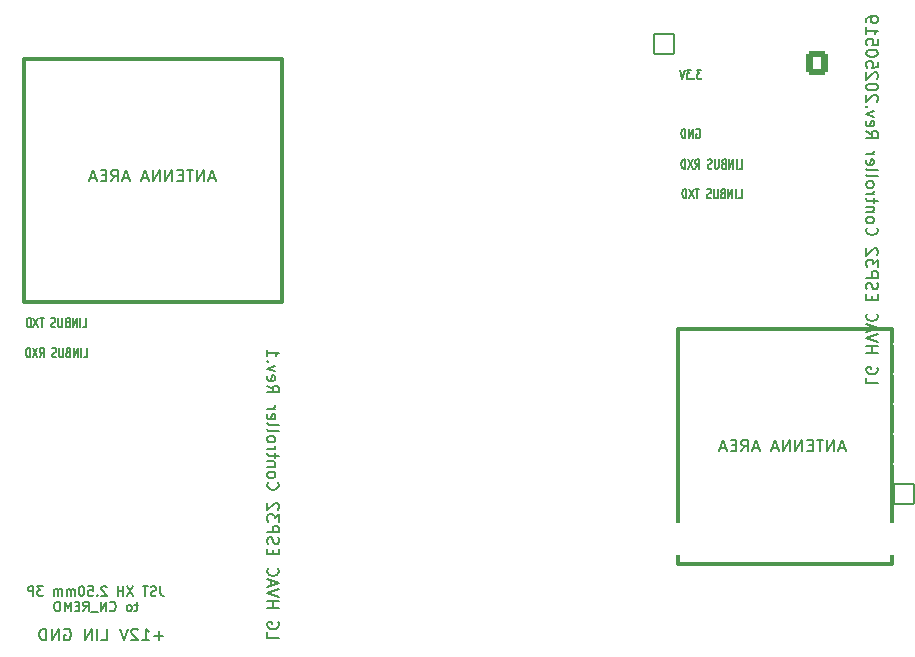
<source format=gbr>
%TF.GenerationSoftware,KiCad,Pcbnew,9.0.1+1*%
%TF.CreationDate,2025-05-19T20:13:15-04:00*%
%TF.ProjectId,lg_hvac_esp32,6c675f68-7661-4635-9f65-737033322e6b,rev?*%
%TF.SameCoordinates,Original*%
%TF.FileFunction,Legend,Bot*%
%TF.FilePolarity,Positive*%
%FSLAX46Y46*%
G04 Gerber Fmt 4.6, Leading zero omitted, Abs format (unit mm)*
G04 Created by KiCad (PCBNEW 9.0.1+1) date 2025-05-19 20:13:15*
%MOMM*%
%LPD*%
G01*
G04 APERTURE LIST*
G04 Aperture macros list*
%AMRoundRect*
0 Rectangle with rounded corners*
0 $1 Rounding radius*
0 $2 $3 $4 $5 $6 $7 $8 $9 X,Y pos of 4 corners*
0 Add a 4 corners polygon primitive as box body*
4,1,4,$2,$3,$4,$5,$6,$7,$8,$9,$2,$3,0*
0 Add four circle primitives for the rounded corners*
1,1,$1+$1,$2,$3*
1,1,$1+$1,$4,$5*
1,1,$1+$1,$6,$7*
1,1,$1+$1,$8,$9*
0 Add four rect primitives between the rounded corners*
20,1,$1+$1,$2,$3,$4,$5,0*
20,1,$1+$1,$4,$5,$6,$7,0*
20,1,$1+$1,$6,$7,$8,$9,0*
20,1,$1+$1,$8,$9,$2,$3,0*%
G04 Aperture macros list end*
%ADD10C,0.300000*%
%ADD11C,0.150000*%
%ADD12RoundRect,0.050000X0.850000X0.850000X-0.850000X0.850000X-0.850000X-0.850000X0.850000X-0.850000X0*%
%ADD13C,1.800000*%
%ADD14RoundRect,0.050000X-0.850000X-0.850000X0.850000X-0.850000X0.850000X0.850000X-0.850000X0.850000X0*%
%ADD15C,2.800000*%
%ADD16RoundRect,0.264706X0.635294X0.760294X-0.635294X0.760294X-0.635294X-0.760294X0.635294X-0.760294X0*%
%ADD17O,1.800000X2.050000*%
G04 APERTURE END LIST*
D10*
X38608000Y-32766000D02*
X60452000Y-32766000D01*
X60452000Y-53340000D01*
X38608000Y-53340000D01*
X38608000Y-32766000D01*
X94056000Y-55626000D02*
X112100000Y-55626000D01*
X112100000Y-75550000D01*
X94056000Y-75550000D01*
X94056000Y-55626000D01*
D11*
X43616285Y-55480295D02*
X43901999Y-55480295D01*
X43901999Y-55480295D02*
X43901999Y-54680295D01*
X43416285Y-55480295D02*
X43416285Y-54680295D01*
X43130571Y-55480295D02*
X43130571Y-54680295D01*
X43130571Y-54680295D02*
X42787714Y-55480295D01*
X42787714Y-55480295D02*
X42787714Y-54680295D01*
X42302000Y-55061247D02*
X42216286Y-55099342D01*
X42216286Y-55099342D02*
X42187715Y-55137438D01*
X42187715Y-55137438D02*
X42159143Y-55213628D01*
X42159143Y-55213628D02*
X42159143Y-55327914D01*
X42159143Y-55327914D02*
X42187715Y-55404104D01*
X42187715Y-55404104D02*
X42216286Y-55442200D01*
X42216286Y-55442200D02*
X42273429Y-55480295D01*
X42273429Y-55480295D02*
X42502000Y-55480295D01*
X42502000Y-55480295D02*
X42502000Y-54680295D01*
X42502000Y-54680295D02*
X42302000Y-54680295D01*
X42302000Y-54680295D02*
X42244858Y-54718390D01*
X42244858Y-54718390D02*
X42216286Y-54756485D01*
X42216286Y-54756485D02*
X42187715Y-54832676D01*
X42187715Y-54832676D02*
X42187715Y-54908866D01*
X42187715Y-54908866D02*
X42216286Y-54985057D01*
X42216286Y-54985057D02*
X42244858Y-55023152D01*
X42244858Y-55023152D02*
X42302000Y-55061247D01*
X42302000Y-55061247D02*
X42502000Y-55061247D01*
X41902000Y-54680295D02*
X41902000Y-55327914D01*
X41902000Y-55327914D02*
X41873429Y-55404104D01*
X41873429Y-55404104D02*
X41844858Y-55442200D01*
X41844858Y-55442200D02*
X41787715Y-55480295D01*
X41787715Y-55480295D02*
X41673429Y-55480295D01*
X41673429Y-55480295D02*
X41616286Y-55442200D01*
X41616286Y-55442200D02*
X41587715Y-55404104D01*
X41587715Y-55404104D02*
X41559143Y-55327914D01*
X41559143Y-55327914D02*
X41559143Y-54680295D01*
X41302001Y-55442200D02*
X41216287Y-55480295D01*
X41216287Y-55480295D02*
X41073429Y-55480295D01*
X41073429Y-55480295D02*
X41016287Y-55442200D01*
X41016287Y-55442200D02*
X40987715Y-55404104D01*
X40987715Y-55404104D02*
X40959144Y-55327914D01*
X40959144Y-55327914D02*
X40959144Y-55251723D01*
X40959144Y-55251723D02*
X40987715Y-55175533D01*
X40987715Y-55175533D02*
X41016287Y-55137438D01*
X41016287Y-55137438D02*
X41073429Y-55099342D01*
X41073429Y-55099342D02*
X41187715Y-55061247D01*
X41187715Y-55061247D02*
X41244858Y-55023152D01*
X41244858Y-55023152D02*
X41273429Y-54985057D01*
X41273429Y-54985057D02*
X41302001Y-54908866D01*
X41302001Y-54908866D02*
X41302001Y-54832676D01*
X41302001Y-54832676D02*
X41273429Y-54756485D01*
X41273429Y-54756485D02*
X41244858Y-54718390D01*
X41244858Y-54718390D02*
X41187715Y-54680295D01*
X41187715Y-54680295D02*
X41044858Y-54680295D01*
X41044858Y-54680295D02*
X40959144Y-54718390D01*
X40330572Y-54680295D02*
X39987715Y-54680295D01*
X40159143Y-55480295D02*
X40159143Y-54680295D01*
X39844857Y-54680295D02*
X39444857Y-55480295D01*
X39444857Y-54680295D02*
X39844857Y-55480295D01*
X39216285Y-55480295D02*
X39216285Y-54680295D01*
X39216285Y-54680295D02*
X39073428Y-54680295D01*
X39073428Y-54680295D02*
X38987714Y-54718390D01*
X38987714Y-54718390D02*
X38930571Y-54794580D01*
X38930571Y-54794580D02*
X38902000Y-54870771D01*
X38902000Y-54870771D02*
X38873428Y-55023152D01*
X38873428Y-55023152D02*
X38873428Y-55137438D01*
X38873428Y-55137438D02*
X38902000Y-55289819D01*
X38902000Y-55289819D02*
X38930571Y-55366009D01*
X38930571Y-55366009D02*
X38987714Y-55442200D01*
X38987714Y-55442200D02*
X39073428Y-55480295D01*
X39073428Y-55480295D02*
X39216285Y-55480295D01*
X95557142Y-38700390D02*
X95614285Y-38662295D01*
X95614285Y-38662295D02*
X95699999Y-38662295D01*
X95699999Y-38662295D02*
X95785713Y-38700390D01*
X95785713Y-38700390D02*
X95842856Y-38776580D01*
X95842856Y-38776580D02*
X95871427Y-38852771D01*
X95871427Y-38852771D02*
X95899999Y-39005152D01*
X95899999Y-39005152D02*
X95899999Y-39119438D01*
X95899999Y-39119438D02*
X95871427Y-39271819D01*
X95871427Y-39271819D02*
X95842856Y-39348009D01*
X95842856Y-39348009D02*
X95785713Y-39424200D01*
X95785713Y-39424200D02*
X95699999Y-39462295D01*
X95699999Y-39462295D02*
X95642856Y-39462295D01*
X95642856Y-39462295D02*
X95557142Y-39424200D01*
X95557142Y-39424200D02*
X95528570Y-39386104D01*
X95528570Y-39386104D02*
X95528570Y-39119438D01*
X95528570Y-39119438D02*
X95642856Y-39119438D01*
X95271427Y-39462295D02*
X95271427Y-38662295D01*
X95271427Y-38662295D02*
X94928570Y-39462295D01*
X94928570Y-39462295D02*
X94928570Y-38662295D01*
X94642856Y-39462295D02*
X94642856Y-38662295D01*
X94642856Y-38662295D02*
X94499999Y-38662295D01*
X94499999Y-38662295D02*
X94414285Y-38700390D01*
X94414285Y-38700390D02*
X94357142Y-38776580D01*
X94357142Y-38776580D02*
X94328571Y-38852771D01*
X94328571Y-38852771D02*
X94299999Y-39005152D01*
X94299999Y-39005152D02*
X94299999Y-39119438D01*
X94299999Y-39119438D02*
X94328571Y-39271819D01*
X94328571Y-39271819D02*
X94357142Y-39348009D01*
X94357142Y-39348009D02*
X94414285Y-39424200D01*
X94414285Y-39424200D02*
X94499999Y-39462295D01*
X94499999Y-39462295D02*
X94642856Y-39462295D01*
X95985714Y-33662295D02*
X95614286Y-33662295D01*
X95614286Y-33662295D02*
X95814286Y-33967057D01*
X95814286Y-33967057D02*
X95728571Y-33967057D01*
X95728571Y-33967057D02*
X95671429Y-34005152D01*
X95671429Y-34005152D02*
X95642857Y-34043247D01*
X95642857Y-34043247D02*
X95614286Y-34119438D01*
X95614286Y-34119438D02*
X95614286Y-34309914D01*
X95614286Y-34309914D02*
X95642857Y-34386104D01*
X95642857Y-34386104D02*
X95671429Y-34424200D01*
X95671429Y-34424200D02*
X95728571Y-34462295D01*
X95728571Y-34462295D02*
X95900000Y-34462295D01*
X95900000Y-34462295D02*
X95957143Y-34424200D01*
X95957143Y-34424200D02*
X95985714Y-34386104D01*
X95357142Y-34386104D02*
X95328571Y-34424200D01*
X95328571Y-34424200D02*
X95357142Y-34462295D01*
X95357142Y-34462295D02*
X95385714Y-34424200D01*
X95385714Y-34424200D02*
X95357142Y-34386104D01*
X95357142Y-34386104D02*
X95357142Y-34462295D01*
X95128571Y-33662295D02*
X94757143Y-33662295D01*
X94757143Y-33662295D02*
X94957143Y-33967057D01*
X94957143Y-33967057D02*
X94871428Y-33967057D01*
X94871428Y-33967057D02*
X94814286Y-34005152D01*
X94814286Y-34005152D02*
X94785714Y-34043247D01*
X94785714Y-34043247D02*
X94757143Y-34119438D01*
X94757143Y-34119438D02*
X94757143Y-34309914D01*
X94757143Y-34309914D02*
X94785714Y-34386104D01*
X94785714Y-34386104D02*
X94814286Y-34424200D01*
X94814286Y-34424200D02*
X94871428Y-34462295D01*
X94871428Y-34462295D02*
X95042857Y-34462295D01*
X95042857Y-34462295D02*
X95100000Y-34424200D01*
X95100000Y-34424200D02*
X95128571Y-34386104D01*
X94585714Y-33662295D02*
X94385714Y-34462295D01*
X94385714Y-34462295D02*
X94185714Y-33662295D01*
X50170667Y-77404318D02*
X50170667Y-77975746D01*
X50170667Y-77975746D02*
X50208762Y-78090032D01*
X50208762Y-78090032D02*
X50284953Y-78166223D01*
X50284953Y-78166223D02*
X50399238Y-78204318D01*
X50399238Y-78204318D02*
X50475429Y-78204318D01*
X49827810Y-78166223D02*
X49713524Y-78204318D01*
X49713524Y-78204318D02*
X49523048Y-78204318D01*
X49523048Y-78204318D02*
X49446857Y-78166223D01*
X49446857Y-78166223D02*
X49408762Y-78128127D01*
X49408762Y-78128127D02*
X49370667Y-78051937D01*
X49370667Y-78051937D02*
X49370667Y-77975746D01*
X49370667Y-77975746D02*
X49408762Y-77899556D01*
X49408762Y-77899556D02*
X49446857Y-77861461D01*
X49446857Y-77861461D02*
X49523048Y-77823365D01*
X49523048Y-77823365D02*
X49675429Y-77785270D01*
X49675429Y-77785270D02*
X49751619Y-77747175D01*
X49751619Y-77747175D02*
X49789714Y-77709080D01*
X49789714Y-77709080D02*
X49827810Y-77632889D01*
X49827810Y-77632889D02*
X49827810Y-77556699D01*
X49827810Y-77556699D02*
X49789714Y-77480508D01*
X49789714Y-77480508D02*
X49751619Y-77442413D01*
X49751619Y-77442413D02*
X49675429Y-77404318D01*
X49675429Y-77404318D02*
X49484952Y-77404318D01*
X49484952Y-77404318D02*
X49370667Y-77442413D01*
X49142095Y-77404318D02*
X48684952Y-77404318D01*
X48913524Y-78204318D02*
X48913524Y-77404318D01*
X47884952Y-77404318D02*
X47351618Y-78204318D01*
X47351618Y-77404318D02*
X47884952Y-78204318D01*
X47046856Y-78204318D02*
X47046856Y-77404318D01*
X47046856Y-77785270D02*
X46589713Y-77785270D01*
X46589713Y-78204318D02*
X46589713Y-77404318D01*
X45637333Y-77480508D02*
X45599237Y-77442413D01*
X45599237Y-77442413D02*
X45523047Y-77404318D01*
X45523047Y-77404318D02*
X45332571Y-77404318D01*
X45332571Y-77404318D02*
X45256380Y-77442413D01*
X45256380Y-77442413D02*
X45218285Y-77480508D01*
X45218285Y-77480508D02*
X45180190Y-77556699D01*
X45180190Y-77556699D02*
X45180190Y-77632889D01*
X45180190Y-77632889D02*
X45218285Y-77747175D01*
X45218285Y-77747175D02*
X45675428Y-78204318D01*
X45675428Y-78204318D02*
X45180190Y-78204318D01*
X44837332Y-78128127D02*
X44799237Y-78166223D01*
X44799237Y-78166223D02*
X44837332Y-78204318D01*
X44837332Y-78204318D02*
X44875428Y-78166223D01*
X44875428Y-78166223D02*
X44837332Y-78128127D01*
X44837332Y-78128127D02*
X44837332Y-78204318D01*
X44075428Y-77404318D02*
X44456380Y-77404318D01*
X44456380Y-77404318D02*
X44494476Y-77785270D01*
X44494476Y-77785270D02*
X44456380Y-77747175D01*
X44456380Y-77747175D02*
X44380190Y-77709080D01*
X44380190Y-77709080D02*
X44189714Y-77709080D01*
X44189714Y-77709080D02*
X44113523Y-77747175D01*
X44113523Y-77747175D02*
X44075428Y-77785270D01*
X44075428Y-77785270D02*
X44037333Y-77861461D01*
X44037333Y-77861461D02*
X44037333Y-78051937D01*
X44037333Y-78051937D02*
X44075428Y-78128127D01*
X44075428Y-78128127D02*
X44113523Y-78166223D01*
X44113523Y-78166223D02*
X44189714Y-78204318D01*
X44189714Y-78204318D02*
X44380190Y-78204318D01*
X44380190Y-78204318D02*
X44456380Y-78166223D01*
X44456380Y-78166223D02*
X44494476Y-78128127D01*
X43542094Y-77404318D02*
X43465904Y-77404318D01*
X43465904Y-77404318D02*
X43389713Y-77442413D01*
X43389713Y-77442413D02*
X43351618Y-77480508D01*
X43351618Y-77480508D02*
X43313523Y-77556699D01*
X43313523Y-77556699D02*
X43275428Y-77709080D01*
X43275428Y-77709080D02*
X43275428Y-77899556D01*
X43275428Y-77899556D02*
X43313523Y-78051937D01*
X43313523Y-78051937D02*
X43351618Y-78128127D01*
X43351618Y-78128127D02*
X43389713Y-78166223D01*
X43389713Y-78166223D02*
X43465904Y-78204318D01*
X43465904Y-78204318D02*
X43542094Y-78204318D01*
X43542094Y-78204318D02*
X43618285Y-78166223D01*
X43618285Y-78166223D02*
X43656380Y-78128127D01*
X43656380Y-78128127D02*
X43694475Y-78051937D01*
X43694475Y-78051937D02*
X43732571Y-77899556D01*
X43732571Y-77899556D02*
X43732571Y-77709080D01*
X43732571Y-77709080D02*
X43694475Y-77556699D01*
X43694475Y-77556699D02*
X43656380Y-77480508D01*
X43656380Y-77480508D02*
X43618285Y-77442413D01*
X43618285Y-77442413D02*
X43542094Y-77404318D01*
X42932570Y-78204318D02*
X42932570Y-77670984D01*
X42932570Y-77747175D02*
X42894475Y-77709080D01*
X42894475Y-77709080D02*
X42818285Y-77670984D01*
X42818285Y-77670984D02*
X42703999Y-77670984D01*
X42703999Y-77670984D02*
X42627808Y-77709080D01*
X42627808Y-77709080D02*
X42589713Y-77785270D01*
X42589713Y-77785270D02*
X42589713Y-78204318D01*
X42589713Y-77785270D02*
X42551618Y-77709080D01*
X42551618Y-77709080D02*
X42475427Y-77670984D01*
X42475427Y-77670984D02*
X42361142Y-77670984D01*
X42361142Y-77670984D02*
X42284951Y-77709080D01*
X42284951Y-77709080D02*
X42246856Y-77785270D01*
X42246856Y-77785270D02*
X42246856Y-78204318D01*
X41865903Y-78204318D02*
X41865903Y-77670984D01*
X41865903Y-77747175D02*
X41827808Y-77709080D01*
X41827808Y-77709080D02*
X41751618Y-77670984D01*
X41751618Y-77670984D02*
X41637332Y-77670984D01*
X41637332Y-77670984D02*
X41561141Y-77709080D01*
X41561141Y-77709080D02*
X41523046Y-77785270D01*
X41523046Y-77785270D02*
X41523046Y-78204318D01*
X41523046Y-77785270D02*
X41484951Y-77709080D01*
X41484951Y-77709080D02*
X41408760Y-77670984D01*
X41408760Y-77670984D02*
X41294475Y-77670984D01*
X41294475Y-77670984D02*
X41218284Y-77709080D01*
X41218284Y-77709080D02*
X41180189Y-77785270D01*
X41180189Y-77785270D02*
X41180189Y-78204318D01*
X40265903Y-77404318D02*
X39770665Y-77404318D01*
X39770665Y-77404318D02*
X40037331Y-77709080D01*
X40037331Y-77709080D02*
X39923046Y-77709080D01*
X39923046Y-77709080D02*
X39846855Y-77747175D01*
X39846855Y-77747175D02*
X39808760Y-77785270D01*
X39808760Y-77785270D02*
X39770665Y-77861461D01*
X39770665Y-77861461D02*
X39770665Y-78051937D01*
X39770665Y-78051937D02*
X39808760Y-78128127D01*
X39808760Y-78128127D02*
X39846855Y-78166223D01*
X39846855Y-78166223D02*
X39923046Y-78204318D01*
X39923046Y-78204318D02*
X40151617Y-78204318D01*
X40151617Y-78204318D02*
X40227808Y-78166223D01*
X40227808Y-78166223D02*
X40265903Y-78128127D01*
X39427807Y-78204318D02*
X39427807Y-77404318D01*
X39427807Y-77404318D02*
X39123045Y-77404318D01*
X39123045Y-77404318D02*
X39046855Y-77442413D01*
X39046855Y-77442413D02*
X39008760Y-77480508D01*
X39008760Y-77480508D02*
X38970664Y-77556699D01*
X38970664Y-77556699D02*
X38970664Y-77670984D01*
X38970664Y-77670984D02*
X39008760Y-77747175D01*
X39008760Y-77747175D02*
X39046855Y-77785270D01*
X39046855Y-77785270D02*
X39123045Y-77823365D01*
X39123045Y-77823365D02*
X39427807Y-77823365D01*
X48284952Y-78958939D02*
X47980190Y-78958939D01*
X48170666Y-78692273D02*
X48170666Y-79377987D01*
X48170666Y-79377987D02*
X48132571Y-79454178D01*
X48132571Y-79454178D02*
X48056381Y-79492273D01*
X48056381Y-79492273D02*
X47980190Y-79492273D01*
X47599238Y-79492273D02*
X47675428Y-79454178D01*
X47675428Y-79454178D02*
X47713523Y-79416082D01*
X47713523Y-79416082D02*
X47751619Y-79339892D01*
X47751619Y-79339892D02*
X47751619Y-79111320D01*
X47751619Y-79111320D02*
X47713523Y-79035130D01*
X47713523Y-79035130D02*
X47675428Y-78997035D01*
X47675428Y-78997035D02*
X47599238Y-78958939D01*
X47599238Y-78958939D02*
X47484952Y-78958939D01*
X47484952Y-78958939D02*
X47408761Y-78997035D01*
X47408761Y-78997035D02*
X47370666Y-79035130D01*
X47370666Y-79035130D02*
X47332571Y-79111320D01*
X47332571Y-79111320D02*
X47332571Y-79339892D01*
X47332571Y-79339892D02*
X47370666Y-79416082D01*
X47370666Y-79416082D02*
X47408761Y-79454178D01*
X47408761Y-79454178D02*
X47484952Y-79492273D01*
X47484952Y-79492273D02*
X47599238Y-79492273D01*
X45923046Y-79416082D02*
X45961142Y-79454178D01*
X45961142Y-79454178D02*
X46075427Y-79492273D01*
X46075427Y-79492273D02*
X46151618Y-79492273D01*
X46151618Y-79492273D02*
X46265904Y-79454178D01*
X46265904Y-79454178D02*
X46342094Y-79377987D01*
X46342094Y-79377987D02*
X46380189Y-79301797D01*
X46380189Y-79301797D02*
X46418285Y-79149416D01*
X46418285Y-79149416D02*
X46418285Y-79035130D01*
X46418285Y-79035130D02*
X46380189Y-78882749D01*
X46380189Y-78882749D02*
X46342094Y-78806558D01*
X46342094Y-78806558D02*
X46265904Y-78730368D01*
X46265904Y-78730368D02*
X46151618Y-78692273D01*
X46151618Y-78692273D02*
X46075427Y-78692273D01*
X46075427Y-78692273D02*
X45961142Y-78730368D01*
X45961142Y-78730368D02*
X45923046Y-78768463D01*
X45580189Y-79492273D02*
X45580189Y-78692273D01*
X45580189Y-78692273D02*
X45123046Y-79492273D01*
X45123046Y-79492273D02*
X45123046Y-78692273D01*
X44932571Y-79568463D02*
X44323047Y-79568463D01*
X43675427Y-79492273D02*
X43942094Y-79111320D01*
X44132570Y-79492273D02*
X44132570Y-78692273D01*
X44132570Y-78692273D02*
X43827808Y-78692273D01*
X43827808Y-78692273D02*
X43751618Y-78730368D01*
X43751618Y-78730368D02*
X43713523Y-78768463D01*
X43713523Y-78768463D02*
X43675427Y-78844654D01*
X43675427Y-78844654D02*
X43675427Y-78958939D01*
X43675427Y-78958939D02*
X43713523Y-79035130D01*
X43713523Y-79035130D02*
X43751618Y-79073225D01*
X43751618Y-79073225D02*
X43827808Y-79111320D01*
X43827808Y-79111320D02*
X44132570Y-79111320D01*
X43332570Y-79073225D02*
X43065904Y-79073225D01*
X42951618Y-79492273D02*
X43332570Y-79492273D01*
X43332570Y-79492273D02*
X43332570Y-78692273D01*
X43332570Y-78692273D02*
X42951618Y-78692273D01*
X42608760Y-79492273D02*
X42608760Y-78692273D01*
X42608760Y-78692273D02*
X42342094Y-79263701D01*
X42342094Y-79263701D02*
X42075427Y-78692273D01*
X42075427Y-78692273D02*
X42075427Y-79492273D01*
X41542093Y-78692273D02*
X41389712Y-78692273D01*
X41389712Y-78692273D02*
X41313522Y-78730368D01*
X41313522Y-78730368D02*
X41237331Y-78806558D01*
X41237331Y-78806558D02*
X41199236Y-78958939D01*
X41199236Y-78958939D02*
X41199236Y-79225606D01*
X41199236Y-79225606D02*
X41237331Y-79377987D01*
X41237331Y-79377987D02*
X41313522Y-79454178D01*
X41313522Y-79454178D02*
X41389712Y-79492273D01*
X41389712Y-79492273D02*
X41542093Y-79492273D01*
X41542093Y-79492273D02*
X41618284Y-79454178D01*
X41618284Y-79454178D02*
X41694474Y-79377987D01*
X41694474Y-79377987D02*
X41732570Y-79225606D01*
X41732570Y-79225606D02*
X41732570Y-78958939D01*
X41732570Y-78958939D02*
X41694474Y-78806558D01*
X41694474Y-78806558D02*
X41618284Y-78730368D01*
X41618284Y-78730368D02*
X41542093Y-78692273D01*
X99185713Y-42062295D02*
X99471427Y-42062295D01*
X99471427Y-42062295D02*
X99471427Y-41262295D01*
X98985713Y-42062295D02*
X98985713Y-41262295D01*
X98699999Y-42062295D02*
X98699999Y-41262295D01*
X98699999Y-41262295D02*
X98357142Y-42062295D01*
X98357142Y-42062295D02*
X98357142Y-41262295D01*
X97871428Y-41643247D02*
X97785714Y-41681342D01*
X97785714Y-41681342D02*
X97757143Y-41719438D01*
X97757143Y-41719438D02*
X97728571Y-41795628D01*
X97728571Y-41795628D02*
X97728571Y-41909914D01*
X97728571Y-41909914D02*
X97757143Y-41986104D01*
X97757143Y-41986104D02*
X97785714Y-42024200D01*
X97785714Y-42024200D02*
X97842857Y-42062295D01*
X97842857Y-42062295D02*
X98071428Y-42062295D01*
X98071428Y-42062295D02*
X98071428Y-41262295D01*
X98071428Y-41262295D02*
X97871428Y-41262295D01*
X97871428Y-41262295D02*
X97814286Y-41300390D01*
X97814286Y-41300390D02*
X97785714Y-41338485D01*
X97785714Y-41338485D02*
X97757143Y-41414676D01*
X97757143Y-41414676D02*
X97757143Y-41490866D01*
X97757143Y-41490866D02*
X97785714Y-41567057D01*
X97785714Y-41567057D02*
X97814286Y-41605152D01*
X97814286Y-41605152D02*
X97871428Y-41643247D01*
X97871428Y-41643247D02*
X98071428Y-41643247D01*
X97471428Y-41262295D02*
X97471428Y-41909914D01*
X97471428Y-41909914D02*
X97442857Y-41986104D01*
X97442857Y-41986104D02*
X97414286Y-42024200D01*
X97414286Y-42024200D02*
X97357143Y-42062295D01*
X97357143Y-42062295D02*
X97242857Y-42062295D01*
X97242857Y-42062295D02*
X97185714Y-42024200D01*
X97185714Y-42024200D02*
X97157143Y-41986104D01*
X97157143Y-41986104D02*
X97128571Y-41909914D01*
X97128571Y-41909914D02*
X97128571Y-41262295D01*
X96871429Y-42024200D02*
X96785715Y-42062295D01*
X96785715Y-42062295D02*
X96642857Y-42062295D01*
X96642857Y-42062295D02*
X96585715Y-42024200D01*
X96585715Y-42024200D02*
X96557143Y-41986104D01*
X96557143Y-41986104D02*
X96528572Y-41909914D01*
X96528572Y-41909914D02*
X96528572Y-41833723D01*
X96528572Y-41833723D02*
X96557143Y-41757533D01*
X96557143Y-41757533D02*
X96585715Y-41719438D01*
X96585715Y-41719438D02*
X96642857Y-41681342D01*
X96642857Y-41681342D02*
X96757143Y-41643247D01*
X96757143Y-41643247D02*
X96814286Y-41605152D01*
X96814286Y-41605152D02*
X96842857Y-41567057D01*
X96842857Y-41567057D02*
X96871429Y-41490866D01*
X96871429Y-41490866D02*
X96871429Y-41414676D01*
X96871429Y-41414676D02*
X96842857Y-41338485D01*
X96842857Y-41338485D02*
X96814286Y-41300390D01*
X96814286Y-41300390D02*
X96757143Y-41262295D01*
X96757143Y-41262295D02*
X96614286Y-41262295D01*
X96614286Y-41262295D02*
X96528572Y-41300390D01*
X95471428Y-42062295D02*
X95671428Y-41681342D01*
X95814285Y-42062295D02*
X95814285Y-41262295D01*
X95814285Y-41262295D02*
X95585714Y-41262295D01*
X95585714Y-41262295D02*
X95528571Y-41300390D01*
X95528571Y-41300390D02*
X95500000Y-41338485D01*
X95500000Y-41338485D02*
X95471428Y-41414676D01*
X95471428Y-41414676D02*
X95471428Y-41528961D01*
X95471428Y-41528961D02*
X95500000Y-41605152D01*
X95500000Y-41605152D02*
X95528571Y-41643247D01*
X95528571Y-41643247D02*
X95585714Y-41681342D01*
X95585714Y-41681342D02*
X95814285Y-41681342D01*
X95271428Y-41262295D02*
X94871428Y-42062295D01*
X94871428Y-41262295D02*
X95271428Y-42062295D01*
X94642856Y-42062295D02*
X94642856Y-41262295D01*
X94642856Y-41262295D02*
X94499999Y-41262295D01*
X94499999Y-41262295D02*
X94414285Y-41300390D01*
X94414285Y-41300390D02*
X94357142Y-41376580D01*
X94357142Y-41376580D02*
X94328571Y-41452771D01*
X94328571Y-41452771D02*
X94299999Y-41605152D01*
X94299999Y-41605152D02*
X94299999Y-41719438D01*
X94299999Y-41719438D02*
X94328571Y-41871819D01*
X94328571Y-41871819D02*
X94357142Y-41948009D01*
X94357142Y-41948009D02*
X94414285Y-42024200D01*
X94414285Y-42024200D02*
X94499999Y-42062295D01*
X94499999Y-42062295D02*
X94642856Y-42062295D01*
X43687713Y-58020295D02*
X43973427Y-58020295D01*
X43973427Y-58020295D02*
X43973427Y-57220295D01*
X43487713Y-58020295D02*
X43487713Y-57220295D01*
X43201999Y-58020295D02*
X43201999Y-57220295D01*
X43201999Y-57220295D02*
X42859142Y-58020295D01*
X42859142Y-58020295D02*
X42859142Y-57220295D01*
X42373428Y-57601247D02*
X42287714Y-57639342D01*
X42287714Y-57639342D02*
X42259143Y-57677438D01*
X42259143Y-57677438D02*
X42230571Y-57753628D01*
X42230571Y-57753628D02*
X42230571Y-57867914D01*
X42230571Y-57867914D02*
X42259143Y-57944104D01*
X42259143Y-57944104D02*
X42287714Y-57982200D01*
X42287714Y-57982200D02*
X42344857Y-58020295D01*
X42344857Y-58020295D02*
X42573428Y-58020295D01*
X42573428Y-58020295D02*
X42573428Y-57220295D01*
X42573428Y-57220295D02*
X42373428Y-57220295D01*
X42373428Y-57220295D02*
X42316286Y-57258390D01*
X42316286Y-57258390D02*
X42287714Y-57296485D01*
X42287714Y-57296485D02*
X42259143Y-57372676D01*
X42259143Y-57372676D02*
X42259143Y-57448866D01*
X42259143Y-57448866D02*
X42287714Y-57525057D01*
X42287714Y-57525057D02*
X42316286Y-57563152D01*
X42316286Y-57563152D02*
X42373428Y-57601247D01*
X42373428Y-57601247D02*
X42573428Y-57601247D01*
X41973428Y-57220295D02*
X41973428Y-57867914D01*
X41973428Y-57867914D02*
X41944857Y-57944104D01*
X41944857Y-57944104D02*
X41916286Y-57982200D01*
X41916286Y-57982200D02*
X41859143Y-58020295D01*
X41859143Y-58020295D02*
X41744857Y-58020295D01*
X41744857Y-58020295D02*
X41687714Y-57982200D01*
X41687714Y-57982200D02*
X41659143Y-57944104D01*
X41659143Y-57944104D02*
X41630571Y-57867914D01*
X41630571Y-57867914D02*
X41630571Y-57220295D01*
X41373429Y-57982200D02*
X41287715Y-58020295D01*
X41287715Y-58020295D02*
X41144857Y-58020295D01*
X41144857Y-58020295D02*
X41087715Y-57982200D01*
X41087715Y-57982200D02*
X41059143Y-57944104D01*
X41059143Y-57944104D02*
X41030572Y-57867914D01*
X41030572Y-57867914D02*
X41030572Y-57791723D01*
X41030572Y-57791723D02*
X41059143Y-57715533D01*
X41059143Y-57715533D02*
X41087715Y-57677438D01*
X41087715Y-57677438D02*
X41144857Y-57639342D01*
X41144857Y-57639342D02*
X41259143Y-57601247D01*
X41259143Y-57601247D02*
X41316286Y-57563152D01*
X41316286Y-57563152D02*
X41344857Y-57525057D01*
X41344857Y-57525057D02*
X41373429Y-57448866D01*
X41373429Y-57448866D02*
X41373429Y-57372676D01*
X41373429Y-57372676D02*
X41344857Y-57296485D01*
X41344857Y-57296485D02*
X41316286Y-57258390D01*
X41316286Y-57258390D02*
X41259143Y-57220295D01*
X41259143Y-57220295D02*
X41116286Y-57220295D01*
X41116286Y-57220295D02*
X41030572Y-57258390D01*
X39973428Y-58020295D02*
X40173428Y-57639342D01*
X40316285Y-58020295D02*
X40316285Y-57220295D01*
X40316285Y-57220295D02*
X40087714Y-57220295D01*
X40087714Y-57220295D02*
X40030571Y-57258390D01*
X40030571Y-57258390D02*
X40002000Y-57296485D01*
X40002000Y-57296485D02*
X39973428Y-57372676D01*
X39973428Y-57372676D02*
X39973428Y-57486961D01*
X39973428Y-57486961D02*
X40002000Y-57563152D01*
X40002000Y-57563152D02*
X40030571Y-57601247D01*
X40030571Y-57601247D02*
X40087714Y-57639342D01*
X40087714Y-57639342D02*
X40316285Y-57639342D01*
X39773428Y-57220295D02*
X39373428Y-58020295D01*
X39373428Y-57220295D02*
X39773428Y-58020295D01*
X39144856Y-58020295D02*
X39144856Y-57220295D01*
X39144856Y-57220295D02*
X39001999Y-57220295D01*
X39001999Y-57220295D02*
X38916285Y-57258390D01*
X38916285Y-57258390D02*
X38859142Y-57334580D01*
X38859142Y-57334580D02*
X38830571Y-57410771D01*
X38830571Y-57410771D02*
X38801999Y-57563152D01*
X38801999Y-57563152D02*
X38801999Y-57677438D01*
X38801999Y-57677438D02*
X38830571Y-57829819D01*
X38830571Y-57829819D02*
X38859142Y-57906009D01*
X38859142Y-57906009D02*
X38916285Y-57982200D01*
X38916285Y-57982200D02*
X39001999Y-58020295D01*
X39001999Y-58020295D02*
X39144856Y-58020295D01*
X99114285Y-44562295D02*
X99399999Y-44562295D01*
X99399999Y-44562295D02*
X99399999Y-43762295D01*
X98914285Y-44562295D02*
X98914285Y-43762295D01*
X98628571Y-44562295D02*
X98628571Y-43762295D01*
X98628571Y-43762295D02*
X98285714Y-44562295D01*
X98285714Y-44562295D02*
X98285714Y-43762295D01*
X97800000Y-44143247D02*
X97714286Y-44181342D01*
X97714286Y-44181342D02*
X97685715Y-44219438D01*
X97685715Y-44219438D02*
X97657143Y-44295628D01*
X97657143Y-44295628D02*
X97657143Y-44409914D01*
X97657143Y-44409914D02*
X97685715Y-44486104D01*
X97685715Y-44486104D02*
X97714286Y-44524200D01*
X97714286Y-44524200D02*
X97771429Y-44562295D01*
X97771429Y-44562295D02*
X98000000Y-44562295D01*
X98000000Y-44562295D02*
X98000000Y-43762295D01*
X98000000Y-43762295D02*
X97800000Y-43762295D01*
X97800000Y-43762295D02*
X97742858Y-43800390D01*
X97742858Y-43800390D02*
X97714286Y-43838485D01*
X97714286Y-43838485D02*
X97685715Y-43914676D01*
X97685715Y-43914676D02*
X97685715Y-43990866D01*
X97685715Y-43990866D02*
X97714286Y-44067057D01*
X97714286Y-44067057D02*
X97742858Y-44105152D01*
X97742858Y-44105152D02*
X97800000Y-44143247D01*
X97800000Y-44143247D02*
X98000000Y-44143247D01*
X97400000Y-43762295D02*
X97400000Y-44409914D01*
X97400000Y-44409914D02*
X97371429Y-44486104D01*
X97371429Y-44486104D02*
X97342858Y-44524200D01*
X97342858Y-44524200D02*
X97285715Y-44562295D01*
X97285715Y-44562295D02*
X97171429Y-44562295D01*
X97171429Y-44562295D02*
X97114286Y-44524200D01*
X97114286Y-44524200D02*
X97085715Y-44486104D01*
X97085715Y-44486104D02*
X97057143Y-44409914D01*
X97057143Y-44409914D02*
X97057143Y-43762295D01*
X96800001Y-44524200D02*
X96714287Y-44562295D01*
X96714287Y-44562295D02*
X96571429Y-44562295D01*
X96571429Y-44562295D02*
X96514287Y-44524200D01*
X96514287Y-44524200D02*
X96485715Y-44486104D01*
X96485715Y-44486104D02*
X96457144Y-44409914D01*
X96457144Y-44409914D02*
X96457144Y-44333723D01*
X96457144Y-44333723D02*
X96485715Y-44257533D01*
X96485715Y-44257533D02*
X96514287Y-44219438D01*
X96514287Y-44219438D02*
X96571429Y-44181342D01*
X96571429Y-44181342D02*
X96685715Y-44143247D01*
X96685715Y-44143247D02*
X96742858Y-44105152D01*
X96742858Y-44105152D02*
X96771429Y-44067057D01*
X96771429Y-44067057D02*
X96800001Y-43990866D01*
X96800001Y-43990866D02*
X96800001Y-43914676D01*
X96800001Y-43914676D02*
X96771429Y-43838485D01*
X96771429Y-43838485D02*
X96742858Y-43800390D01*
X96742858Y-43800390D02*
X96685715Y-43762295D01*
X96685715Y-43762295D02*
X96542858Y-43762295D01*
X96542858Y-43762295D02*
X96457144Y-43800390D01*
X95828572Y-43762295D02*
X95485715Y-43762295D01*
X95657143Y-44562295D02*
X95657143Y-43762295D01*
X95342857Y-43762295D02*
X94942857Y-44562295D01*
X94942857Y-43762295D02*
X95342857Y-44562295D01*
X94714285Y-44562295D02*
X94714285Y-43762295D01*
X94714285Y-43762295D02*
X94571428Y-43762295D01*
X94571428Y-43762295D02*
X94485714Y-43800390D01*
X94485714Y-43800390D02*
X94428571Y-43876580D01*
X94428571Y-43876580D02*
X94400000Y-43952771D01*
X94400000Y-43952771D02*
X94371428Y-44105152D01*
X94371428Y-44105152D02*
X94371428Y-44219438D01*
X94371428Y-44219438D02*
X94400000Y-44371819D01*
X94400000Y-44371819D02*
X94428571Y-44448009D01*
X94428571Y-44448009D02*
X94485714Y-44524200D01*
X94485714Y-44524200D02*
X94571428Y-44562295D01*
X94571428Y-44562295D02*
X94714285Y-44562295D01*
X50426285Y-81607866D02*
X49664381Y-81607866D01*
X50045333Y-81988819D02*
X50045333Y-81226914D01*
X48664381Y-81988819D02*
X49235809Y-81988819D01*
X48950095Y-81988819D02*
X48950095Y-80988819D01*
X48950095Y-80988819D02*
X49045333Y-81131676D01*
X49045333Y-81131676D02*
X49140571Y-81226914D01*
X49140571Y-81226914D02*
X49235809Y-81274533D01*
X48283428Y-81084057D02*
X48235809Y-81036438D01*
X48235809Y-81036438D02*
X48140571Y-80988819D01*
X48140571Y-80988819D02*
X47902476Y-80988819D01*
X47902476Y-80988819D02*
X47807238Y-81036438D01*
X47807238Y-81036438D02*
X47759619Y-81084057D01*
X47759619Y-81084057D02*
X47712000Y-81179295D01*
X47712000Y-81179295D02*
X47712000Y-81274533D01*
X47712000Y-81274533D02*
X47759619Y-81417390D01*
X47759619Y-81417390D02*
X48331047Y-81988819D01*
X48331047Y-81988819D02*
X47712000Y-81988819D01*
X47426285Y-80988819D02*
X47092952Y-81988819D01*
X47092952Y-81988819D02*
X46759619Y-80988819D01*
X45188190Y-81988819D02*
X45664380Y-81988819D01*
X45664380Y-81988819D02*
X45664380Y-80988819D01*
X44854856Y-81988819D02*
X44854856Y-80988819D01*
X44378666Y-81988819D02*
X44378666Y-80988819D01*
X44378666Y-80988819D02*
X43807238Y-81988819D01*
X43807238Y-81988819D02*
X43807238Y-80988819D01*
X42045333Y-81036438D02*
X42140571Y-80988819D01*
X42140571Y-80988819D02*
X42283428Y-80988819D01*
X42283428Y-80988819D02*
X42426285Y-81036438D01*
X42426285Y-81036438D02*
X42521523Y-81131676D01*
X42521523Y-81131676D02*
X42569142Y-81226914D01*
X42569142Y-81226914D02*
X42616761Y-81417390D01*
X42616761Y-81417390D02*
X42616761Y-81560247D01*
X42616761Y-81560247D02*
X42569142Y-81750723D01*
X42569142Y-81750723D02*
X42521523Y-81845961D01*
X42521523Y-81845961D02*
X42426285Y-81941200D01*
X42426285Y-81941200D02*
X42283428Y-81988819D01*
X42283428Y-81988819D02*
X42188190Y-81988819D01*
X42188190Y-81988819D02*
X42045333Y-81941200D01*
X42045333Y-81941200D02*
X41997714Y-81893580D01*
X41997714Y-81893580D02*
X41997714Y-81560247D01*
X41997714Y-81560247D02*
X42188190Y-81560247D01*
X41569142Y-81988819D02*
X41569142Y-80988819D01*
X41569142Y-80988819D02*
X40997714Y-81988819D01*
X40997714Y-81988819D02*
X40997714Y-80988819D01*
X40521523Y-81988819D02*
X40521523Y-80988819D01*
X40521523Y-80988819D02*
X40283428Y-80988819D01*
X40283428Y-80988819D02*
X40140571Y-81036438D01*
X40140571Y-81036438D02*
X40045333Y-81131676D01*
X40045333Y-81131676D02*
X39997714Y-81226914D01*
X39997714Y-81226914D02*
X39950095Y-81417390D01*
X39950095Y-81417390D02*
X39950095Y-81560247D01*
X39950095Y-81560247D02*
X39997714Y-81750723D01*
X39997714Y-81750723D02*
X40045333Y-81845961D01*
X40045333Y-81845961D02*
X40140571Y-81941200D01*
X40140571Y-81941200D02*
X40283428Y-81988819D01*
X40283428Y-81988819D02*
X40521523Y-81988819D01*
X59235180Y-81310287D02*
X59235180Y-81786477D01*
X59235180Y-81786477D02*
X60235180Y-81786477D01*
X60187561Y-80453144D02*
X60235180Y-80548382D01*
X60235180Y-80548382D02*
X60235180Y-80691239D01*
X60235180Y-80691239D02*
X60187561Y-80834096D01*
X60187561Y-80834096D02*
X60092323Y-80929334D01*
X60092323Y-80929334D02*
X59997085Y-80976953D01*
X59997085Y-80976953D02*
X59806609Y-81024572D01*
X59806609Y-81024572D02*
X59663752Y-81024572D01*
X59663752Y-81024572D02*
X59473276Y-80976953D01*
X59473276Y-80976953D02*
X59378038Y-80929334D01*
X59378038Y-80929334D02*
X59282800Y-80834096D01*
X59282800Y-80834096D02*
X59235180Y-80691239D01*
X59235180Y-80691239D02*
X59235180Y-80596001D01*
X59235180Y-80596001D02*
X59282800Y-80453144D01*
X59282800Y-80453144D02*
X59330419Y-80405525D01*
X59330419Y-80405525D02*
X59663752Y-80405525D01*
X59663752Y-80405525D02*
X59663752Y-80596001D01*
X59235180Y-79215048D02*
X60235180Y-79215048D01*
X59758990Y-79215048D02*
X59758990Y-78643620D01*
X59235180Y-78643620D02*
X60235180Y-78643620D01*
X60235180Y-78310286D02*
X59235180Y-77976953D01*
X59235180Y-77976953D02*
X60235180Y-77643620D01*
X59520895Y-77357905D02*
X59520895Y-76881715D01*
X59235180Y-77453143D02*
X60235180Y-77119810D01*
X60235180Y-77119810D02*
X59235180Y-76786477D01*
X59330419Y-75881715D02*
X59282800Y-75929334D01*
X59282800Y-75929334D02*
X59235180Y-76072191D01*
X59235180Y-76072191D02*
X59235180Y-76167429D01*
X59235180Y-76167429D02*
X59282800Y-76310286D01*
X59282800Y-76310286D02*
X59378038Y-76405524D01*
X59378038Y-76405524D02*
X59473276Y-76453143D01*
X59473276Y-76453143D02*
X59663752Y-76500762D01*
X59663752Y-76500762D02*
X59806609Y-76500762D01*
X59806609Y-76500762D02*
X59997085Y-76453143D01*
X59997085Y-76453143D02*
X60092323Y-76405524D01*
X60092323Y-76405524D02*
X60187561Y-76310286D01*
X60187561Y-76310286D02*
X60235180Y-76167429D01*
X60235180Y-76167429D02*
X60235180Y-76072191D01*
X60235180Y-76072191D02*
X60187561Y-75929334D01*
X60187561Y-75929334D02*
X60139942Y-75881715D01*
X59758990Y-74691238D02*
X59758990Y-74357905D01*
X59235180Y-74215048D02*
X59235180Y-74691238D01*
X59235180Y-74691238D02*
X60235180Y-74691238D01*
X60235180Y-74691238D02*
X60235180Y-74215048D01*
X59282800Y-73834095D02*
X59235180Y-73691238D01*
X59235180Y-73691238D02*
X59235180Y-73453143D01*
X59235180Y-73453143D02*
X59282800Y-73357905D01*
X59282800Y-73357905D02*
X59330419Y-73310286D01*
X59330419Y-73310286D02*
X59425657Y-73262667D01*
X59425657Y-73262667D02*
X59520895Y-73262667D01*
X59520895Y-73262667D02*
X59616133Y-73310286D01*
X59616133Y-73310286D02*
X59663752Y-73357905D01*
X59663752Y-73357905D02*
X59711371Y-73453143D01*
X59711371Y-73453143D02*
X59758990Y-73643619D01*
X59758990Y-73643619D02*
X59806609Y-73738857D01*
X59806609Y-73738857D02*
X59854228Y-73786476D01*
X59854228Y-73786476D02*
X59949466Y-73834095D01*
X59949466Y-73834095D02*
X60044704Y-73834095D01*
X60044704Y-73834095D02*
X60139942Y-73786476D01*
X60139942Y-73786476D02*
X60187561Y-73738857D01*
X60187561Y-73738857D02*
X60235180Y-73643619D01*
X60235180Y-73643619D02*
X60235180Y-73405524D01*
X60235180Y-73405524D02*
X60187561Y-73262667D01*
X59235180Y-72834095D02*
X60235180Y-72834095D01*
X60235180Y-72834095D02*
X60235180Y-72453143D01*
X60235180Y-72453143D02*
X60187561Y-72357905D01*
X60187561Y-72357905D02*
X60139942Y-72310286D01*
X60139942Y-72310286D02*
X60044704Y-72262667D01*
X60044704Y-72262667D02*
X59901847Y-72262667D01*
X59901847Y-72262667D02*
X59806609Y-72310286D01*
X59806609Y-72310286D02*
X59758990Y-72357905D01*
X59758990Y-72357905D02*
X59711371Y-72453143D01*
X59711371Y-72453143D02*
X59711371Y-72834095D01*
X60235180Y-71929333D02*
X60235180Y-71310286D01*
X60235180Y-71310286D02*
X59854228Y-71643619D01*
X59854228Y-71643619D02*
X59854228Y-71500762D01*
X59854228Y-71500762D02*
X59806609Y-71405524D01*
X59806609Y-71405524D02*
X59758990Y-71357905D01*
X59758990Y-71357905D02*
X59663752Y-71310286D01*
X59663752Y-71310286D02*
X59425657Y-71310286D01*
X59425657Y-71310286D02*
X59330419Y-71357905D01*
X59330419Y-71357905D02*
X59282800Y-71405524D01*
X59282800Y-71405524D02*
X59235180Y-71500762D01*
X59235180Y-71500762D02*
X59235180Y-71786476D01*
X59235180Y-71786476D02*
X59282800Y-71881714D01*
X59282800Y-71881714D02*
X59330419Y-71929333D01*
X60139942Y-70929333D02*
X60187561Y-70881714D01*
X60187561Y-70881714D02*
X60235180Y-70786476D01*
X60235180Y-70786476D02*
X60235180Y-70548381D01*
X60235180Y-70548381D02*
X60187561Y-70453143D01*
X60187561Y-70453143D02*
X60139942Y-70405524D01*
X60139942Y-70405524D02*
X60044704Y-70357905D01*
X60044704Y-70357905D02*
X59949466Y-70357905D01*
X59949466Y-70357905D02*
X59806609Y-70405524D01*
X59806609Y-70405524D02*
X59235180Y-70976952D01*
X59235180Y-70976952D02*
X59235180Y-70357905D01*
X59330419Y-68596000D02*
X59282800Y-68643619D01*
X59282800Y-68643619D02*
X59235180Y-68786476D01*
X59235180Y-68786476D02*
X59235180Y-68881714D01*
X59235180Y-68881714D02*
X59282800Y-69024571D01*
X59282800Y-69024571D02*
X59378038Y-69119809D01*
X59378038Y-69119809D02*
X59473276Y-69167428D01*
X59473276Y-69167428D02*
X59663752Y-69215047D01*
X59663752Y-69215047D02*
X59806609Y-69215047D01*
X59806609Y-69215047D02*
X59997085Y-69167428D01*
X59997085Y-69167428D02*
X60092323Y-69119809D01*
X60092323Y-69119809D02*
X60187561Y-69024571D01*
X60187561Y-69024571D02*
X60235180Y-68881714D01*
X60235180Y-68881714D02*
X60235180Y-68786476D01*
X60235180Y-68786476D02*
X60187561Y-68643619D01*
X60187561Y-68643619D02*
X60139942Y-68596000D01*
X59235180Y-68024571D02*
X59282800Y-68119809D01*
X59282800Y-68119809D02*
X59330419Y-68167428D01*
X59330419Y-68167428D02*
X59425657Y-68215047D01*
X59425657Y-68215047D02*
X59711371Y-68215047D01*
X59711371Y-68215047D02*
X59806609Y-68167428D01*
X59806609Y-68167428D02*
X59854228Y-68119809D01*
X59854228Y-68119809D02*
X59901847Y-68024571D01*
X59901847Y-68024571D02*
X59901847Y-67881714D01*
X59901847Y-67881714D02*
X59854228Y-67786476D01*
X59854228Y-67786476D02*
X59806609Y-67738857D01*
X59806609Y-67738857D02*
X59711371Y-67691238D01*
X59711371Y-67691238D02*
X59425657Y-67691238D01*
X59425657Y-67691238D02*
X59330419Y-67738857D01*
X59330419Y-67738857D02*
X59282800Y-67786476D01*
X59282800Y-67786476D02*
X59235180Y-67881714D01*
X59235180Y-67881714D02*
X59235180Y-68024571D01*
X59901847Y-67262666D02*
X59235180Y-67262666D01*
X59806609Y-67262666D02*
X59854228Y-67215047D01*
X59854228Y-67215047D02*
X59901847Y-67119809D01*
X59901847Y-67119809D02*
X59901847Y-66976952D01*
X59901847Y-66976952D02*
X59854228Y-66881714D01*
X59854228Y-66881714D02*
X59758990Y-66834095D01*
X59758990Y-66834095D02*
X59235180Y-66834095D01*
X59901847Y-66500761D02*
X59901847Y-66119809D01*
X60235180Y-66357904D02*
X59378038Y-66357904D01*
X59378038Y-66357904D02*
X59282800Y-66310285D01*
X59282800Y-66310285D02*
X59235180Y-66215047D01*
X59235180Y-66215047D02*
X59235180Y-66119809D01*
X59235180Y-65786475D02*
X59901847Y-65786475D01*
X59711371Y-65786475D02*
X59806609Y-65738856D01*
X59806609Y-65738856D02*
X59854228Y-65691237D01*
X59854228Y-65691237D02*
X59901847Y-65595999D01*
X59901847Y-65595999D02*
X59901847Y-65500761D01*
X59235180Y-65024570D02*
X59282800Y-65119808D01*
X59282800Y-65119808D02*
X59330419Y-65167427D01*
X59330419Y-65167427D02*
X59425657Y-65215046D01*
X59425657Y-65215046D02*
X59711371Y-65215046D01*
X59711371Y-65215046D02*
X59806609Y-65167427D01*
X59806609Y-65167427D02*
X59854228Y-65119808D01*
X59854228Y-65119808D02*
X59901847Y-65024570D01*
X59901847Y-65024570D02*
X59901847Y-64881713D01*
X59901847Y-64881713D02*
X59854228Y-64786475D01*
X59854228Y-64786475D02*
X59806609Y-64738856D01*
X59806609Y-64738856D02*
X59711371Y-64691237D01*
X59711371Y-64691237D02*
X59425657Y-64691237D01*
X59425657Y-64691237D02*
X59330419Y-64738856D01*
X59330419Y-64738856D02*
X59282800Y-64786475D01*
X59282800Y-64786475D02*
X59235180Y-64881713D01*
X59235180Y-64881713D02*
X59235180Y-65024570D01*
X59235180Y-64119808D02*
X59282800Y-64215046D01*
X59282800Y-64215046D02*
X59378038Y-64262665D01*
X59378038Y-64262665D02*
X60235180Y-64262665D01*
X59235180Y-63595998D02*
X59282800Y-63691236D01*
X59282800Y-63691236D02*
X59378038Y-63738855D01*
X59378038Y-63738855D02*
X60235180Y-63738855D01*
X59282800Y-62834093D02*
X59235180Y-62929331D01*
X59235180Y-62929331D02*
X59235180Y-63119807D01*
X59235180Y-63119807D02*
X59282800Y-63215045D01*
X59282800Y-63215045D02*
X59378038Y-63262664D01*
X59378038Y-63262664D02*
X59758990Y-63262664D01*
X59758990Y-63262664D02*
X59854228Y-63215045D01*
X59854228Y-63215045D02*
X59901847Y-63119807D01*
X59901847Y-63119807D02*
X59901847Y-62929331D01*
X59901847Y-62929331D02*
X59854228Y-62834093D01*
X59854228Y-62834093D02*
X59758990Y-62786474D01*
X59758990Y-62786474D02*
X59663752Y-62786474D01*
X59663752Y-62786474D02*
X59568514Y-63262664D01*
X59235180Y-62357902D02*
X59901847Y-62357902D01*
X59711371Y-62357902D02*
X59806609Y-62310283D01*
X59806609Y-62310283D02*
X59854228Y-62262664D01*
X59854228Y-62262664D02*
X59901847Y-62167426D01*
X59901847Y-62167426D02*
X59901847Y-62072188D01*
X59235180Y-60405521D02*
X59711371Y-60738854D01*
X59235180Y-60976949D02*
X60235180Y-60976949D01*
X60235180Y-60976949D02*
X60235180Y-60595997D01*
X60235180Y-60595997D02*
X60187561Y-60500759D01*
X60187561Y-60500759D02*
X60139942Y-60453140D01*
X60139942Y-60453140D02*
X60044704Y-60405521D01*
X60044704Y-60405521D02*
X59901847Y-60405521D01*
X59901847Y-60405521D02*
X59806609Y-60453140D01*
X59806609Y-60453140D02*
X59758990Y-60500759D01*
X59758990Y-60500759D02*
X59711371Y-60595997D01*
X59711371Y-60595997D02*
X59711371Y-60976949D01*
X59282800Y-59595997D02*
X59235180Y-59691235D01*
X59235180Y-59691235D02*
X59235180Y-59881711D01*
X59235180Y-59881711D02*
X59282800Y-59976949D01*
X59282800Y-59976949D02*
X59378038Y-60024568D01*
X59378038Y-60024568D02*
X59758990Y-60024568D01*
X59758990Y-60024568D02*
X59854228Y-59976949D01*
X59854228Y-59976949D02*
X59901847Y-59881711D01*
X59901847Y-59881711D02*
X59901847Y-59691235D01*
X59901847Y-59691235D02*
X59854228Y-59595997D01*
X59854228Y-59595997D02*
X59758990Y-59548378D01*
X59758990Y-59548378D02*
X59663752Y-59548378D01*
X59663752Y-59548378D02*
X59568514Y-60024568D01*
X59901847Y-59215044D02*
X59235180Y-58976949D01*
X59235180Y-58976949D02*
X59901847Y-58738854D01*
X59330419Y-58357901D02*
X59282800Y-58310282D01*
X59282800Y-58310282D02*
X59235180Y-58357901D01*
X59235180Y-58357901D02*
X59282800Y-58405520D01*
X59282800Y-58405520D02*
X59330419Y-58357901D01*
X59330419Y-58357901D02*
X59235180Y-58357901D01*
X59235180Y-57357902D02*
X59235180Y-57929330D01*
X59235180Y-57643616D02*
X60235180Y-57643616D01*
X60235180Y-57643616D02*
X60092323Y-57738854D01*
X60092323Y-57738854D02*
X59997085Y-57834092D01*
X59997085Y-57834092D02*
X59949466Y-57929330D01*
X54791904Y-42841104D02*
X54315714Y-42841104D01*
X54887142Y-43126819D02*
X54553809Y-42126819D01*
X54553809Y-42126819D02*
X54220476Y-43126819D01*
X53887142Y-43126819D02*
X53887142Y-42126819D01*
X53887142Y-42126819D02*
X53315714Y-43126819D01*
X53315714Y-43126819D02*
X53315714Y-42126819D01*
X52982380Y-42126819D02*
X52410952Y-42126819D01*
X52696666Y-43126819D02*
X52696666Y-42126819D01*
X52077618Y-42603009D02*
X51744285Y-42603009D01*
X51601428Y-43126819D02*
X52077618Y-43126819D01*
X52077618Y-43126819D02*
X52077618Y-42126819D01*
X52077618Y-42126819D02*
X51601428Y-42126819D01*
X51172856Y-43126819D02*
X51172856Y-42126819D01*
X51172856Y-42126819D02*
X50601428Y-43126819D01*
X50601428Y-43126819D02*
X50601428Y-42126819D01*
X50125237Y-43126819D02*
X50125237Y-42126819D01*
X50125237Y-42126819D02*
X49553809Y-43126819D01*
X49553809Y-43126819D02*
X49553809Y-42126819D01*
X49125237Y-42841104D02*
X48649047Y-42841104D01*
X49220475Y-43126819D02*
X48887142Y-42126819D01*
X48887142Y-42126819D02*
X48553809Y-43126819D01*
X47506189Y-42841104D02*
X47029999Y-42841104D01*
X47601427Y-43126819D02*
X47268094Y-42126819D01*
X47268094Y-42126819D02*
X46934761Y-43126819D01*
X46029999Y-43126819D02*
X46363332Y-42650628D01*
X46601427Y-43126819D02*
X46601427Y-42126819D01*
X46601427Y-42126819D02*
X46220475Y-42126819D01*
X46220475Y-42126819D02*
X46125237Y-42174438D01*
X46125237Y-42174438D02*
X46077618Y-42222057D01*
X46077618Y-42222057D02*
X46029999Y-42317295D01*
X46029999Y-42317295D02*
X46029999Y-42460152D01*
X46029999Y-42460152D02*
X46077618Y-42555390D01*
X46077618Y-42555390D02*
X46125237Y-42603009D01*
X46125237Y-42603009D02*
X46220475Y-42650628D01*
X46220475Y-42650628D02*
X46601427Y-42650628D01*
X45601427Y-42603009D02*
X45268094Y-42603009D01*
X45125237Y-43126819D02*
X45601427Y-43126819D01*
X45601427Y-43126819D02*
X45601427Y-42126819D01*
X45601427Y-42126819D02*
X45125237Y-42126819D01*
X44744284Y-42841104D02*
X44268094Y-42841104D01*
X44839522Y-43126819D02*
X44506189Y-42126819D01*
X44506189Y-42126819D02*
X44172856Y-43126819D01*
X109945180Y-59747621D02*
X109945180Y-60223811D01*
X109945180Y-60223811D02*
X110945180Y-60223811D01*
X110897561Y-58890478D02*
X110945180Y-58985716D01*
X110945180Y-58985716D02*
X110945180Y-59128573D01*
X110945180Y-59128573D02*
X110897561Y-59271430D01*
X110897561Y-59271430D02*
X110802323Y-59366668D01*
X110802323Y-59366668D02*
X110707085Y-59414287D01*
X110707085Y-59414287D02*
X110516609Y-59461906D01*
X110516609Y-59461906D02*
X110373752Y-59461906D01*
X110373752Y-59461906D02*
X110183276Y-59414287D01*
X110183276Y-59414287D02*
X110088038Y-59366668D01*
X110088038Y-59366668D02*
X109992800Y-59271430D01*
X109992800Y-59271430D02*
X109945180Y-59128573D01*
X109945180Y-59128573D02*
X109945180Y-59033335D01*
X109945180Y-59033335D02*
X109992800Y-58890478D01*
X109992800Y-58890478D02*
X110040419Y-58842859D01*
X110040419Y-58842859D02*
X110373752Y-58842859D01*
X110373752Y-58842859D02*
X110373752Y-59033335D01*
X109945180Y-57652382D02*
X110945180Y-57652382D01*
X110468990Y-57652382D02*
X110468990Y-57080954D01*
X109945180Y-57080954D02*
X110945180Y-57080954D01*
X110945180Y-56747620D02*
X109945180Y-56414287D01*
X109945180Y-56414287D02*
X110945180Y-56080954D01*
X110230895Y-55795239D02*
X110230895Y-55319049D01*
X109945180Y-55890477D02*
X110945180Y-55557144D01*
X110945180Y-55557144D02*
X109945180Y-55223811D01*
X110040419Y-54319049D02*
X109992800Y-54366668D01*
X109992800Y-54366668D02*
X109945180Y-54509525D01*
X109945180Y-54509525D02*
X109945180Y-54604763D01*
X109945180Y-54604763D02*
X109992800Y-54747620D01*
X109992800Y-54747620D02*
X110088038Y-54842858D01*
X110088038Y-54842858D02*
X110183276Y-54890477D01*
X110183276Y-54890477D02*
X110373752Y-54938096D01*
X110373752Y-54938096D02*
X110516609Y-54938096D01*
X110516609Y-54938096D02*
X110707085Y-54890477D01*
X110707085Y-54890477D02*
X110802323Y-54842858D01*
X110802323Y-54842858D02*
X110897561Y-54747620D01*
X110897561Y-54747620D02*
X110945180Y-54604763D01*
X110945180Y-54604763D02*
X110945180Y-54509525D01*
X110945180Y-54509525D02*
X110897561Y-54366668D01*
X110897561Y-54366668D02*
X110849942Y-54319049D01*
X110468990Y-53128572D02*
X110468990Y-52795239D01*
X109945180Y-52652382D02*
X109945180Y-53128572D01*
X109945180Y-53128572D02*
X110945180Y-53128572D01*
X110945180Y-53128572D02*
X110945180Y-52652382D01*
X109992800Y-52271429D02*
X109945180Y-52128572D01*
X109945180Y-52128572D02*
X109945180Y-51890477D01*
X109945180Y-51890477D02*
X109992800Y-51795239D01*
X109992800Y-51795239D02*
X110040419Y-51747620D01*
X110040419Y-51747620D02*
X110135657Y-51700001D01*
X110135657Y-51700001D02*
X110230895Y-51700001D01*
X110230895Y-51700001D02*
X110326133Y-51747620D01*
X110326133Y-51747620D02*
X110373752Y-51795239D01*
X110373752Y-51795239D02*
X110421371Y-51890477D01*
X110421371Y-51890477D02*
X110468990Y-52080953D01*
X110468990Y-52080953D02*
X110516609Y-52176191D01*
X110516609Y-52176191D02*
X110564228Y-52223810D01*
X110564228Y-52223810D02*
X110659466Y-52271429D01*
X110659466Y-52271429D02*
X110754704Y-52271429D01*
X110754704Y-52271429D02*
X110849942Y-52223810D01*
X110849942Y-52223810D02*
X110897561Y-52176191D01*
X110897561Y-52176191D02*
X110945180Y-52080953D01*
X110945180Y-52080953D02*
X110945180Y-51842858D01*
X110945180Y-51842858D02*
X110897561Y-51700001D01*
X109945180Y-51271429D02*
X110945180Y-51271429D01*
X110945180Y-51271429D02*
X110945180Y-50890477D01*
X110945180Y-50890477D02*
X110897561Y-50795239D01*
X110897561Y-50795239D02*
X110849942Y-50747620D01*
X110849942Y-50747620D02*
X110754704Y-50700001D01*
X110754704Y-50700001D02*
X110611847Y-50700001D01*
X110611847Y-50700001D02*
X110516609Y-50747620D01*
X110516609Y-50747620D02*
X110468990Y-50795239D01*
X110468990Y-50795239D02*
X110421371Y-50890477D01*
X110421371Y-50890477D02*
X110421371Y-51271429D01*
X110945180Y-50366667D02*
X110945180Y-49747620D01*
X110945180Y-49747620D02*
X110564228Y-50080953D01*
X110564228Y-50080953D02*
X110564228Y-49938096D01*
X110564228Y-49938096D02*
X110516609Y-49842858D01*
X110516609Y-49842858D02*
X110468990Y-49795239D01*
X110468990Y-49795239D02*
X110373752Y-49747620D01*
X110373752Y-49747620D02*
X110135657Y-49747620D01*
X110135657Y-49747620D02*
X110040419Y-49795239D01*
X110040419Y-49795239D02*
X109992800Y-49842858D01*
X109992800Y-49842858D02*
X109945180Y-49938096D01*
X109945180Y-49938096D02*
X109945180Y-50223810D01*
X109945180Y-50223810D02*
X109992800Y-50319048D01*
X109992800Y-50319048D02*
X110040419Y-50366667D01*
X110849942Y-49366667D02*
X110897561Y-49319048D01*
X110897561Y-49319048D02*
X110945180Y-49223810D01*
X110945180Y-49223810D02*
X110945180Y-48985715D01*
X110945180Y-48985715D02*
X110897561Y-48890477D01*
X110897561Y-48890477D02*
X110849942Y-48842858D01*
X110849942Y-48842858D02*
X110754704Y-48795239D01*
X110754704Y-48795239D02*
X110659466Y-48795239D01*
X110659466Y-48795239D02*
X110516609Y-48842858D01*
X110516609Y-48842858D02*
X109945180Y-49414286D01*
X109945180Y-49414286D02*
X109945180Y-48795239D01*
X110040419Y-47033334D02*
X109992800Y-47080953D01*
X109992800Y-47080953D02*
X109945180Y-47223810D01*
X109945180Y-47223810D02*
X109945180Y-47319048D01*
X109945180Y-47319048D02*
X109992800Y-47461905D01*
X109992800Y-47461905D02*
X110088038Y-47557143D01*
X110088038Y-47557143D02*
X110183276Y-47604762D01*
X110183276Y-47604762D02*
X110373752Y-47652381D01*
X110373752Y-47652381D02*
X110516609Y-47652381D01*
X110516609Y-47652381D02*
X110707085Y-47604762D01*
X110707085Y-47604762D02*
X110802323Y-47557143D01*
X110802323Y-47557143D02*
X110897561Y-47461905D01*
X110897561Y-47461905D02*
X110945180Y-47319048D01*
X110945180Y-47319048D02*
X110945180Y-47223810D01*
X110945180Y-47223810D02*
X110897561Y-47080953D01*
X110897561Y-47080953D02*
X110849942Y-47033334D01*
X109945180Y-46461905D02*
X109992800Y-46557143D01*
X109992800Y-46557143D02*
X110040419Y-46604762D01*
X110040419Y-46604762D02*
X110135657Y-46652381D01*
X110135657Y-46652381D02*
X110421371Y-46652381D01*
X110421371Y-46652381D02*
X110516609Y-46604762D01*
X110516609Y-46604762D02*
X110564228Y-46557143D01*
X110564228Y-46557143D02*
X110611847Y-46461905D01*
X110611847Y-46461905D02*
X110611847Y-46319048D01*
X110611847Y-46319048D02*
X110564228Y-46223810D01*
X110564228Y-46223810D02*
X110516609Y-46176191D01*
X110516609Y-46176191D02*
X110421371Y-46128572D01*
X110421371Y-46128572D02*
X110135657Y-46128572D01*
X110135657Y-46128572D02*
X110040419Y-46176191D01*
X110040419Y-46176191D02*
X109992800Y-46223810D01*
X109992800Y-46223810D02*
X109945180Y-46319048D01*
X109945180Y-46319048D02*
X109945180Y-46461905D01*
X110611847Y-45700000D02*
X109945180Y-45700000D01*
X110516609Y-45700000D02*
X110564228Y-45652381D01*
X110564228Y-45652381D02*
X110611847Y-45557143D01*
X110611847Y-45557143D02*
X110611847Y-45414286D01*
X110611847Y-45414286D02*
X110564228Y-45319048D01*
X110564228Y-45319048D02*
X110468990Y-45271429D01*
X110468990Y-45271429D02*
X109945180Y-45271429D01*
X110611847Y-44938095D02*
X110611847Y-44557143D01*
X110945180Y-44795238D02*
X110088038Y-44795238D01*
X110088038Y-44795238D02*
X109992800Y-44747619D01*
X109992800Y-44747619D02*
X109945180Y-44652381D01*
X109945180Y-44652381D02*
X109945180Y-44557143D01*
X109945180Y-44223809D02*
X110611847Y-44223809D01*
X110421371Y-44223809D02*
X110516609Y-44176190D01*
X110516609Y-44176190D02*
X110564228Y-44128571D01*
X110564228Y-44128571D02*
X110611847Y-44033333D01*
X110611847Y-44033333D02*
X110611847Y-43938095D01*
X109945180Y-43461904D02*
X109992800Y-43557142D01*
X109992800Y-43557142D02*
X110040419Y-43604761D01*
X110040419Y-43604761D02*
X110135657Y-43652380D01*
X110135657Y-43652380D02*
X110421371Y-43652380D01*
X110421371Y-43652380D02*
X110516609Y-43604761D01*
X110516609Y-43604761D02*
X110564228Y-43557142D01*
X110564228Y-43557142D02*
X110611847Y-43461904D01*
X110611847Y-43461904D02*
X110611847Y-43319047D01*
X110611847Y-43319047D02*
X110564228Y-43223809D01*
X110564228Y-43223809D02*
X110516609Y-43176190D01*
X110516609Y-43176190D02*
X110421371Y-43128571D01*
X110421371Y-43128571D02*
X110135657Y-43128571D01*
X110135657Y-43128571D02*
X110040419Y-43176190D01*
X110040419Y-43176190D02*
X109992800Y-43223809D01*
X109992800Y-43223809D02*
X109945180Y-43319047D01*
X109945180Y-43319047D02*
X109945180Y-43461904D01*
X109945180Y-42557142D02*
X109992800Y-42652380D01*
X109992800Y-42652380D02*
X110088038Y-42699999D01*
X110088038Y-42699999D02*
X110945180Y-42699999D01*
X109945180Y-42033332D02*
X109992800Y-42128570D01*
X109992800Y-42128570D02*
X110088038Y-42176189D01*
X110088038Y-42176189D02*
X110945180Y-42176189D01*
X109992800Y-41271427D02*
X109945180Y-41366665D01*
X109945180Y-41366665D02*
X109945180Y-41557141D01*
X109945180Y-41557141D02*
X109992800Y-41652379D01*
X109992800Y-41652379D02*
X110088038Y-41699998D01*
X110088038Y-41699998D02*
X110468990Y-41699998D01*
X110468990Y-41699998D02*
X110564228Y-41652379D01*
X110564228Y-41652379D02*
X110611847Y-41557141D01*
X110611847Y-41557141D02*
X110611847Y-41366665D01*
X110611847Y-41366665D02*
X110564228Y-41271427D01*
X110564228Y-41271427D02*
X110468990Y-41223808D01*
X110468990Y-41223808D02*
X110373752Y-41223808D01*
X110373752Y-41223808D02*
X110278514Y-41699998D01*
X109945180Y-40795236D02*
X110611847Y-40795236D01*
X110421371Y-40795236D02*
X110516609Y-40747617D01*
X110516609Y-40747617D02*
X110564228Y-40699998D01*
X110564228Y-40699998D02*
X110611847Y-40604760D01*
X110611847Y-40604760D02*
X110611847Y-40509522D01*
X109945180Y-38842855D02*
X110421371Y-39176188D01*
X109945180Y-39414283D02*
X110945180Y-39414283D01*
X110945180Y-39414283D02*
X110945180Y-39033331D01*
X110945180Y-39033331D02*
X110897561Y-38938093D01*
X110897561Y-38938093D02*
X110849942Y-38890474D01*
X110849942Y-38890474D02*
X110754704Y-38842855D01*
X110754704Y-38842855D02*
X110611847Y-38842855D01*
X110611847Y-38842855D02*
X110516609Y-38890474D01*
X110516609Y-38890474D02*
X110468990Y-38938093D01*
X110468990Y-38938093D02*
X110421371Y-39033331D01*
X110421371Y-39033331D02*
X110421371Y-39414283D01*
X109992800Y-38033331D02*
X109945180Y-38128569D01*
X109945180Y-38128569D02*
X109945180Y-38319045D01*
X109945180Y-38319045D02*
X109992800Y-38414283D01*
X109992800Y-38414283D02*
X110088038Y-38461902D01*
X110088038Y-38461902D02*
X110468990Y-38461902D01*
X110468990Y-38461902D02*
X110564228Y-38414283D01*
X110564228Y-38414283D02*
X110611847Y-38319045D01*
X110611847Y-38319045D02*
X110611847Y-38128569D01*
X110611847Y-38128569D02*
X110564228Y-38033331D01*
X110564228Y-38033331D02*
X110468990Y-37985712D01*
X110468990Y-37985712D02*
X110373752Y-37985712D01*
X110373752Y-37985712D02*
X110278514Y-38461902D01*
X110611847Y-37652378D02*
X109945180Y-37414283D01*
X109945180Y-37414283D02*
X110611847Y-37176188D01*
X110040419Y-36795235D02*
X109992800Y-36747616D01*
X109992800Y-36747616D02*
X109945180Y-36795235D01*
X109945180Y-36795235D02*
X109992800Y-36842854D01*
X109992800Y-36842854D02*
X110040419Y-36795235D01*
X110040419Y-36795235D02*
X109945180Y-36795235D01*
X110849942Y-36366664D02*
X110897561Y-36319045D01*
X110897561Y-36319045D02*
X110945180Y-36223807D01*
X110945180Y-36223807D02*
X110945180Y-35985712D01*
X110945180Y-35985712D02*
X110897561Y-35890474D01*
X110897561Y-35890474D02*
X110849942Y-35842855D01*
X110849942Y-35842855D02*
X110754704Y-35795236D01*
X110754704Y-35795236D02*
X110659466Y-35795236D01*
X110659466Y-35795236D02*
X110516609Y-35842855D01*
X110516609Y-35842855D02*
X109945180Y-36414283D01*
X109945180Y-36414283D02*
X109945180Y-35795236D01*
X110945180Y-35176188D02*
X110945180Y-35080950D01*
X110945180Y-35080950D02*
X110897561Y-34985712D01*
X110897561Y-34985712D02*
X110849942Y-34938093D01*
X110849942Y-34938093D02*
X110754704Y-34890474D01*
X110754704Y-34890474D02*
X110564228Y-34842855D01*
X110564228Y-34842855D02*
X110326133Y-34842855D01*
X110326133Y-34842855D02*
X110135657Y-34890474D01*
X110135657Y-34890474D02*
X110040419Y-34938093D01*
X110040419Y-34938093D02*
X109992800Y-34985712D01*
X109992800Y-34985712D02*
X109945180Y-35080950D01*
X109945180Y-35080950D02*
X109945180Y-35176188D01*
X109945180Y-35176188D02*
X109992800Y-35271426D01*
X109992800Y-35271426D02*
X110040419Y-35319045D01*
X110040419Y-35319045D02*
X110135657Y-35366664D01*
X110135657Y-35366664D02*
X110326133Y-35414283D01*
X110326133Y-35414283D02*
X110564228Y-35414283D01*
X110564228Y-35414283D02*
X110754704Y-35366664D01*
X110754704Y-35366664D02*
X110849942Y-35319045D01*
X110849942Y-35319045D02*
X110897561Y-35271426D01*
X110897561Y-35271426D02*
X110945180Y-35176188D01*
X110849942Y-34461902D02*
X110897561Y-34414283D01*
X110897561Y-34414283D02*
X110945180Y-34319045D01*
X110945180Y-34319045D02*
X110945180Y-34080950D01*
X110945180Y-34080950D02*
X110897561Y-33985712D01*
X110897561Y-33985712D02*
X110849942Y-33938093D01*
X110849942Y-33938093D02*
X110754704Y-33890474D01*
X110754704Y-33890474D02*
X110659466Y-33890474D01*
X110659466Y-33890474D02*
X110516609Y-33938093D01*
X110516609Y-33938093D02*
X109945180Y-34509521D01*
X109945180Y-34509521D02*
X109945180Y-33890474D01*
X110945180Y-32985712D02*
X110945180Y-33461902D01*
X110945180Y-33461902D02*
X110468990Y-33509521D01*
X110468990Y-33509521D02*
X110516609Y-33461902D01*
X110516609Y-33461902D02*
X110564228Y-33366664D01*
X110564228Y-33366664D02*
X110564228Y-33128569D01*
X110564228Y-33128569D02*
X110516609Y-33033331D01*
X110516609Y-33033331D02*
X110468990Y-32985712D01*
X110468990Y-32985712D02*
X110373752Y-32938093D01*
X110373752Y-32938093D02*
X110135657Y-32938093D01*
X110135657Y-32938093D02*
X110040419Y-32985712D01*
X110040419Y-32985712D02*
X109992800Y-33033331D01*
X109992800Y-33033331D02*
X109945180Y-33128569D01*
X109945180Y-33128569D02*
X109945180Y-33366664D01*
X109945180Y-33366664D02*
X109992800Y-33461902D01*
X109992800Y-33461902D02*
X110040419Y-33509521D01*
X110945180Y-32319045D02*
X110945180Y-32223807D01*
X110945180Y-32223807D02*
X110897561Y-32128569D01*
X110897561Y-32128569D02*
X110849942Y-32080950D01*
X110849942Y-32080950D02*
X110754704Y-32033331D01*
X110754704Y-32033331D02*
X110564228Y-31985712D01*
X110564228Y-31985712D02*
X110326133Y-31985712D01*
X110326133Y-31985712D02*
X110135657Y-32033331D01*
X110135657Y-32033331D02*
X110040419Y-32080950D01*
X110040419Y-32080950D02*
X109992800Y-32128569D01*
X109992800Y-32128569D02*
X109945180Y-32223807D01*
X109945180Y-32223807D02*
X109945180Y-32319045D01*
X109945180Y-32319045D02*
X109992800Y-32414283D01*
X109992800Y-32414283D02*
X110040419Y-32461902D01*
X110040419Y-32461902D02*
X110135657Y-32509521D01*
X110135657Y-32509521D02*
X110326133Y-32557140D01*
X110326133Y-32557140D02*
X110564228Y-32557140D01*
X110564228Y-32557140D02*
X110754704Y-32509521D01*
X110754704Y-32509521D02*
X110849942Y-32461902D01*
X110849942Y-32461902D02*
X110897561Y-32414283D01*
X110897561Y-32414283D02*
X110945180Y-32319045D01*
X110945180Y-31080950D02*
X110945180Y-31557140D01*
X110945180Y-31557140D02*
X110468990Y-31604759D01*
X110468990Y-31604759D02*
X110516609Y-31557140D01*
X110516609Y-31557140D02*
X110564228Y-31461902D01*
X110564228Y-31461902D02*
X110564228Y-31223807D01*
X110564228Y-31223807D02*
X110516609Y-31128569D01*
X110516609Y-31128569D02*
X110468990Y-31080950D01*
X110468990Y-31080950D02*
X110373752Y-31033331D01*
X110373752Y-31033331D02*
X110135657Y-31033331D01*
X110135657Y-31033331D02*
X110040419Y-31080950D01*
X110040419Y-31080950D02*
X109992800Y-31128569D01*
X109992800Y-31128569D02*
X109945180Y-31223807D01*
X109945180Y-31223807D02*
X109945180Y-31461902D01*
X109945180Y-31461902D02*
X109992800Y-31557140D01*
X109992800Y-31557140D02*
X110040419Y-31604759D01*
X109945180Y-30080950D02*
X109945180Y-30652378D01*
X109945180Y-30366664D02*
X110945180Y-30366664D01*
X110945180Y-30366664D02*
X110802323Y-30461902D01*
X110802323Y-30461902D02*
X110707085Y-30557140D01*
X110707085Y-30557140D02*
X110659466Y-30652378D01*
X109945180Y-29604759D02*
X109945180Y-29414283D01*
X109945180Y-29414283D02*
X109992800Y-29319045D01*
X109992800Y-29319045D02*
X110040419Y-29271426D01*
X110040419Y-29271426D02*
X110183276Y-29176188D01*
X110183276Y-29176188D02*
X110373752Y-29128569D01*
X110373752Y-29128569D02*
X110754704Y-29128569D01*
X110754704Y-29128569D02*
X110849942Y-29176188D01*
X110849942Y-29176188D02*
X110897561Y-29223807D01*
X110897561Y-29223807D02*
X110945180Y-29319045D01*
X110945180Y-29319045D02*
X110945180Y-29509521D01*
X110945180Y-29509521D02*
X110897561Y-29604759D01*
X110897561Y-29604759D02*
X110849942Y-29652378D01*
X110849942Y-29652378D02*
X110754704Y-29699997D01*
X110754704Y-29699997D02*
X110516609Y-29699997D01*
X110516609Y-29699997D02*
X110421371Y-29652378D01*
X110421371Y-29652378D02*
X110373752Y-29604759D01*
X110373752Y-29604759D02*
X110326133Y-29509521D01*
X110326133Y-29509521D02*
X110326133Y-29319045D01*
X110326133Y-29319045D02*
X110373752Y-29223807D01*
X110373752Y-29223807D02*
X110421371Y-29176188D01*
X110421371Y-29176188D02*
X110516609Y-29128569D01*
X108139904Y-65701104D02*
X107663714Y-65701104D01*
X108235142Y-65986819D02*
X107901809Y-64986819D01*
X107901809Y-64986819D02*
X107568476Y-65986819D01*
X107235142Y-65986819D02*
X107235142Y-64986819D01*
X107235142Y-64986819D02*
X106663714Y-65986819D01*
X106663714Y-65986819D02*
X106663714Y-64986819D01*
X106330380Y-64986819D02*
X105758952Y-64986819D01*
X106044666Y-65986819D02*
X106044666Y-64986819D01*
X105425618Y-65463009D02*
X105092285Y-65463009D01*
X104949428Y-65986819D02*
X105425618Y-65986819D01*
X105425618Y-65986819D02*
X105425618Y-64986819D01*
X105425618Y-64986819D02*
X104949428Y-64986819D01*
X104520856Y-65986819D02*
X104520856Y-64986819D01*
X104520856Y-64986819D02*
X103949428Y-65986819D01*
X103949428Y-65986819D02*
X103949428Y-64986819D01*
X103473237Y-65986819D02*
X103473237Y-64986819D01*
X103473237Y-64986819D02*
X102901809Y-65986819D01*
X102901809Y-65986819D02*
X102901809Y-64986819D01*
X102473237Y-65701104D02*
X101997047Y-65701104D01*
X102568475Y-65986819D02*
X102235142Y-64986819D01*
X102235142Y-64986819D02*
X101901809Y-65986819D01*
X100854189Y-65701104D02*
X100377999Y-65701104D01*
X100949427Y-65986819D02*
X100616094Y-64986819D01*
X100616094Y-64986819D02*
X100282761Y-65986819D01*
X99377999Y-65986819D02*
X99711332Y-65510628D01*
X99949427Y-65986819D02*
X99949427Y-64986819D01*
X99949427Y-64986819D02*
X99568475Y-64986819D01*
X99568475Y-64986819D02*
X99473237Y-65034438D01*
X99473237Y-65034438D02*
X99425618Y-65082057D01*
X99425618Y-65082057D02*
X99377999Y-65177295D01*
X99377999Y-65177295D02*
X99377999Y-65320152D01*
X99377999Y-65320152D02*
X99425618Y-65415390D01*
X99425618Y-65415390D02*
X99473237Y-65463009D01*
X99473237Y-65463009D02*
X99568475Y-65510628D01*
X99568475Y-65510628D02*
X99949427Y-65510628D01*
X98949427Y-65463009D02*
X98616094Y-65463009D01*
X98473237Y-65986819D02*
X98949427Y-65986819D01*
X98949427Y-65986819D02*
X98949427Y-64986819D01*
X98949427Y-64986819D02*
X98473237Y-64986819D01*
X98092284Y-65701104D02*
X97616094Y-65701104D01*
X98187522Y-65986819D02*
X97854189Y-64986819D01*
X97854189Y-64986819D02*
X97520856Y-65986819D01*
%LPC*%
D12*
%TO.C,J3*%
X113110000Y-69580000D03*
D13*
X113110000Y-67040000D03*
X113110000Y-64500000D03*
X113110000Y-61960000D03*
X113110000Y-59420000D03*
X113110000Y-56880000D03*
X113110000Y-54340000D03*
X113110000Y-51800000D03*
X113110000Y-49260000D03*
X113110000Y-46720000D03*
X113110000Y-44180000D03*
X113110000Y-41640000D03*
%TD*%
D14*
%TO.C,J2*%
X92790000Y-31480000D03*
D13*
X92790000Y-34020000D03*
X92790000Y-36560000D03*
X92790000Y-39100000D03*
X92790000Y-41640000D03*
X92790000Y-44180000D03*
X92790000Y-46720000D03*
X92790000Y-49260000D03*
X92790000Y-51800000D03*
X92790000Y-54340000D03*
X92790000Y-56880000D03*
X92790000Y-59420000D03*
X92790000Y-61960000D03*
X92790000Y-64500000D03*
X92790000Y-67040000D03*
X92790000Y-69580000D03*
%TD*%
D15*
%TO.C,H3*%
X94060000Y-73390000D03*
%TD*%
%TO.C,H1*%
X111840000Y-27670000D03*
%TD*%
%TO.C,H4*%
X111840000Y-73390000D03*
%TD*%
%TO.C,H2*%
X94060000Y-27670000D03*
%TD*%
D16*
%TO.C,J1*%
X105750000Y-33100000D03*
D17*
X103250000Y-33100000D03*
X100750000Y-33100000D03*
%TD*%
%LPD*%
M02*

</source>
